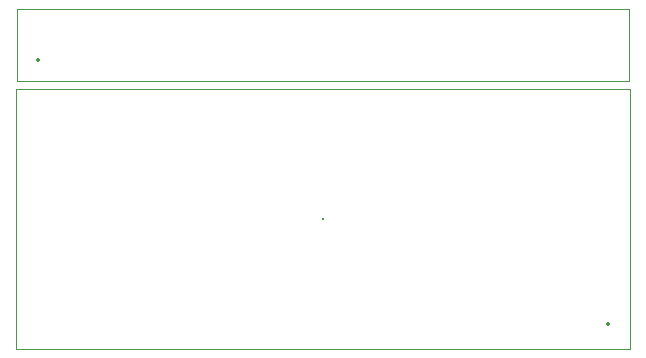
<source format=gbr>
%TF.GenerationSoftware,KiCad,Pcbnew,8.0.3-8.0.3-0~ubuntu22.04.1*%
%TF.CreationDate,2024-10-10T17:36:23+02:00*%
%TF.ProjectId,ADC_pHAT_AFE,4144435f-7048-4415-945f-4146452e6b69,rev?*%
%TF.SameCoordinates,PX5cbead0PY5705d50*%
%TF.FileFunction,Component,L2,Bot*%
%TF.FilePolarity,Positive*%
%FSLAX46Y46*%
G04 Gerber Fmt 4.6, Leading zero omitted, Abs format (unit mm)*
G04 Created by KiCad (PCBNEW 8.0.3-8.0.3-0~ubuntu22.04.1) date 2024-10-10 17:36:23*
%MOMM*%
%LPD*%
G01*
G04 APERTURE LIST*
%TA.AperFunction,ComponentMain*%
%ADD10C,0.300000*%
%TD*%
%TA.AperFunction,ComponentOutline,Courtyard*%
%ADD11C,0.100000*%
%TD*%
%TA.AperFunction,ComponentPin*%
%ADD12P,0.360000X4X0.000000*%
%TD*%
%TA.AperFunction,ComponentPin*%
%ADD13C,0.100000*%
%TD*%
G04 APERTURE END LIST*
D10*
%TO.C,J2*%
%TO.CFtp,PinSocket_2x20_P2.54mm_Vertical*%
%TO.CVal,Conn_02x20_Odd_Even*%
%TO.CLbN,Connector_PinSocket_2.54mm*%
%TO.CMnt,TH*%
%TO.CRot,90*%
X8400000Y25460000D03*
D11*
X58399999Y29799999D02*
X58399999Y23700001D01*
X6600001Y23700001D01*
X6600001Y29799999D01*
X58399999Y29799999D01*
D12*
%TO.P,J2,1,Pin_1*%
X8400000Y25460000D03*
D13*
%TO.P,J2,2,Pin_2*%
X8400000Y28000000D03*
%TO.P,J2,3,Pin_3*%
X10940000Y25460000D03*
%TO.P,J2,4,Pin_4*%
X10940000Y28000000D03*
%TO.P,J2,5,Pin_5*%
X13480000Y25460000D03*
%TO.P,J2,6,Pin_6*%
X13480000Y28000000D03*
%TO.P,J2,7,Pin_7*%
X16020000Y25460000D03*
%TO.P,J2,8,Pin_8*%
X16020000Y28000000D03*
%TO.P,J2,9,Pin_9*%
X18560000Y25460000D03*
%TO.P,J2,10,Pin_10*%
X18560000Y28000000D03*
%TO.P,J2,11,Pin_11*%
X21100000Y25460000D03*
%TO.P,J2,12,Pin_12*%
X21100000Y28000000D03*
%TO.P,J2,13,Pin_13*%
X23640000Y25460000D03*
%TO.P,J2,14,Pin_14*%
X23640000Y28000000D03*
%TO.P,J2,15,Pin_15*%
X26180000Y25460000D03*
%TO.P,J2,16,Pin_16*%
X26180000Y28000000D03*
%TO.P,J2,17,Pin_17*%
X28720000Y25460000D03*
%TO.P,J2,18,Pin_18*%
X28720000Y28000000D03*
%TO.P,J2,19,Pin_19*%
X31260000Y25460000D03*
%TO.P,J2,20,Pin_20*%
X31260000Y28000000D03*
%TO.P,J2,21,Pin_21*%
X33800000Y25460000D03*
%TO.P,J2,22,Pin_22*%
X33800000Y28000000D03*
%TO.P,J2,23,Pin_23*%
X36340000Y25460000D03*
%TO.P,J2,24,Pin_24*%
X36340000Y28000000D03*
%TO.P,J2,25,Pin_25*%
X38880000Y25460000D03*
%TO.P,J2,26,Pin_26*%
X38880000Y28000000D03*
%TO.P,J2,27,Pin_27*%
X41420000Y25460000D03*
%TO.P,J2,28,Pin_28*%
X41420000Y28000000D03*
%TO.P,J2,29,Pin_29*%
X43960000Y25460000D03*
%TO.P,J2,30,Pin_30*%
X43960000Y28000000D03*
%TO.P,J2,31,Pin_31*%
X46500000Y25460000D03*
%TO.P,J2,32,Pin_32*%
X46500000Y28000000D03*
%TO.P,J2,33,Pin_33*%
X49040000Y25460000D03*
%TO.P,J2,34,Pin_34*%
X49040000Y28000000D03*
%TO.P,J2,35,Pin_35*%
X51580000Y25460000D03*
%TO.P,J2,36,Pin_36*%
X51580000Y28000000D03*
%TO.P,J2,37,Pin_37*%
X54120000Y25460000D03*
%TO.P,J2,38,Pin_38*%
X54120000Y28000000D03*
%TO.P,J2,39,Pin_39*%
X56660000Y25460000D03*
%TO.P,J2,40,Pin_40*%
X56660000Y28000000D03*
%TD*%
D10*
%TO.C,U1*%
%TO.CFtp,RPi_Pico_SMD*%
%TO.CVal,Pico*%
%TO.CLbN,ICTAMKY_V8*%
%TO.CMnt,TH*%
%TO.CRot,-90*%
X32500000Y12000000D03*
D11*
X58499999Y22999999D02*
X58499999Y1000001D01*
X6500001Y1000001D01*
X6500001Y22999999D01*
X58499999Y22999999D01*
D12*
%TO.P,U1,1,GPIO0*%
X56630000Y3110000D03*
D13*
%TO.P,U1,*%
X56500000Y9275000D03*
X53470000Y9575000D03*
X53470000Y14425000D03*
X56500000Y14725000D03*
%TO.P,U1,2,GPIO1*%
X54090000Y3110000D03*
%TO.P,U1,3,GND*%
X51550000Y3110000D03*
%TO.P,U1,4,GPIO2*%
X49010000Y3110000D03*
%TO.P,U1,5,GPIO3*%
X46470000Y3110000D03*
%TO.P,U1,6,GPIO4*%
X43930000Y3110000D03*
%TO.P,U1,7,GPIO5*%
X41390000Y3110000D03*
%TO.P,U1,8,GND*%
X38850000Y3110000D03*
%TO.P,U1,9,GPIO6*%
X36310000Y3110000D03*
%TO.P,U1,10,GPIO7*%
X33770000Y3110000D03*
%TO.P,U1,11,GPIO8*%
X31230000Y3110000D03*
%TO.P,U1,12,GPIO9*%
X28690000Y3110000D03*
%TO.P,U1,13,GND*%
X26150000Y3110000D03*
%TO.P,U1,14,GPIO10*%
X23610000Y3110000D03*
%TO.P,U1,15,GPIO11*%
X21070000Y3110000D03*
%TO.P,U1,16,GPIO12*%
X18530000Y3110000D03*
%TO.P,U1,17,GPIO13*%
X15990000Y3110000D03*
%TO.P,U1,18,GND*%
X13450000Y3110000D03*
%TO.P,U1,19,GPIO14*%
X10910000Y3110000D03*
%TO.P,U1,20,GPIO15*%
X8370000Y3110000D03*
%TO.P,U1,21,GPIO16*%
X8370000Y20890000D03*
%TO.P,U1,22,GPIO17*%
X10910000Y20890000D03*
%TO.P,U1,23,GND*%
X13450000Y20890000D03*
%TO.P,U1,24,GPIO18*%
X15990000Y20890000D03*
%TO.P,U1,25,GPIO19*%
X18530000Y20890000D03*
%TO.P,U1,26,GPIO20*%
X21070000Y20890000D03*
%TO.P,U1,27,GPIO21*%
X23610000Y20890000D03*
%TO.P,U1,28,GND*%
X26150000Y20890000D03*
%TO.P,U1,29,GPIO22*%
X28690000Y20890000D03*
%TO.P,U1,30,RUN*%
X31230000Y20890000D03*
%TO.P,U1,31,GPIO26_ADC0*%
X33770000Y20890000D03*
%TO.P,U1,32,GPIO27_ADC1*%
X36310000Y20890000D03*
%TO.P,U1,33,AGND*%
X38850000Y20890000D03*
%TO.P,U1,34,GPIO28_ADC2*%
X41390000Y20890000D03*
%TO.P,U1,35,ADC_VREF*%
X43930000Y20890000D03*
%TO.P,U1,36,3V3*%
X46470000Y20890000D03*
%TO.P,U1,37,3V3_EN*%
X49010000Y20890000D03*
%TO.P,U1,38,GND*%
X51550000Y20890000D03*
%TO.P,U1,39,VSYS*%
X54090000Y20890000D03*
%TO.P,U1,40,VBUS*%
X56630000Y20890000D03*
%TO.P,U1,41,SWCLK*%
X8600000Y9460000D03*
%TO.P,U1,42,GND*%
X8600000Y12000000D03*
%TO.P,U1,43,SWDIO*%
X8600000Y14540000D03*
%TD*%
M02*

</source>
